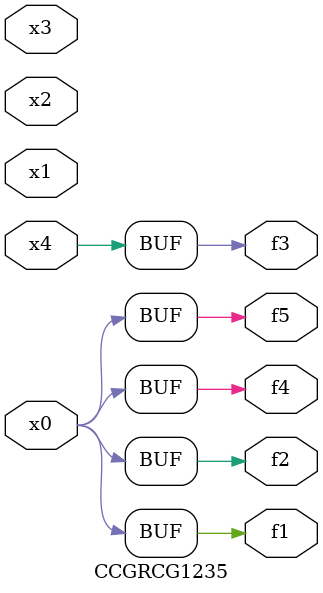
<source format=v>
module CCGRCG1235(
	input x0, x1, x2, x3, x4,
	output f1, f2, f3, f4, f5
);
	assign f1 = x0;
	assign f2 = x0;
	assign f3 = x4;
	assign f4 = x0;
	assign f5 = x0;
endmodule

</source>
